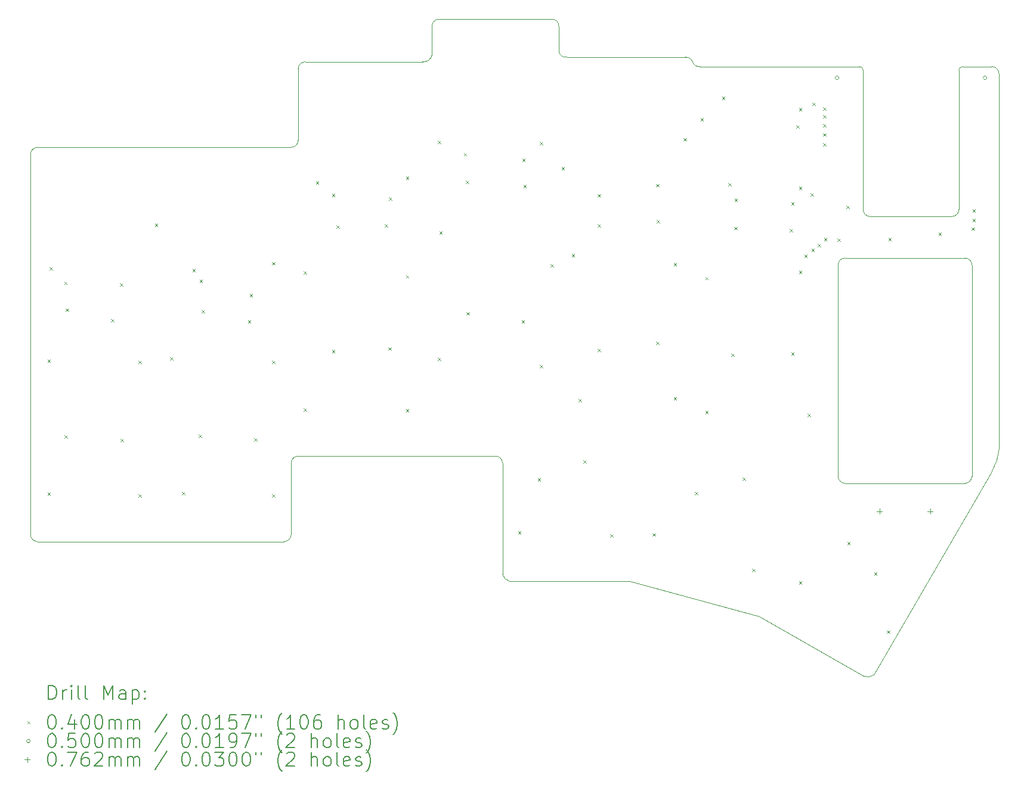
<source format=gbr>
%TF.GenerationSoftware,KiCad,Pcbnew,8.0.5*%
%TF.CreationDate,2024-10-08T17:23:49+03:00*%
%TF.ProjectId,1_3A,315f3341-2e6b-4696-9361-645f70636258,rev?*%
%TF.SameCoordinates,Original*%
%TF.FileFunction,Drillmap*%
%TF.FilePolarity,Positive*%
%FSLAX45Y45*%
G04 Gerber Fmt 4.5, Leading zero omitted, Abs format (unit mm)*
G04 Created by KiCad (PCBNEW 8.0.5) date 2024-10-08 17:23:49*
%MOMM*%
%LPD*%
G01*
G04 APERTURE LIST*
%ADD10C,0.120000*%
%ADD11C,0.200000*%
%ADD12C,0.100000*%
G04 APERTURE END LIST*
D10*
X21196300Y-5561605D02*
X20780000Y-5561605D01*
X11350000Y-5594098D02*
G75*
G02*
X11450000Y-5494100I100000J-2D01*
G01*
X21196301Y-5561598D02*
G75*
G02*
X21300004Y-5661598I-1J-103772D01*
G01*
X11250000Y-12208385D02*
G75*
G02*
X11150000Y-12308390I-100000J-5D01*
G01*
X11150000Y-12308385D02*
X7650000Y-12309098D01*
X17050805Y-5561893D02*
G75*
G02*
X16949997Y-5490001I-10505J91893D01*
G01*
X17898000Y-13370097D02*
X16060000Y-12874097D01*
X14150000Y-11094099D02*
G75*
G02*
X14250001Y-11194099I0J-100001D01*
G01*
X13250000Y-4991125D02*
G75*
G02*
X13350000Y-4887875I100190J3015D01*
G01*
X21300000Y-5661598D02*
X21300000Y-10998200D01*
X15164850Y-5425889D02*
X16850000Y-5425889D01*
X19520000Y-14201651D02*
G75*
G02*
X19379998Y-14220004I-84530J101651D01*
G01*
X14250000Y-12770000D02*
X14250000Y-11194099D01*
X19380000Y-14220000D02*
X17898000Y-13370097D01*
X16850000Y-5425889D02*
G75*
G02*
X16950002Y-5489999I3620J-104401D01*
G01*
X11450000Y-5494098D02*
X13116350Y-5494748D01*
X17050805Y-5561893D02*
X19320000Y-5561605D01*
X7550000Y-6809098D02*
G75*
G02*
X7650000Y-6709100I100000J-2D01*
G01*
X21196300Y-11315700D02*
X19520000Y-14201651D01*
X11250000Y-11194090D02*
G75*
G02*
X11350000Y-11094090I100010J-10D01*
G01*
X15164850Y-5425889D02*
G75*
G02*
X15050003Y-5351187I-20070J94779D01*
G01*
X7550000Y-12209098D02*
X7550000Y-6809098D01*
X14350000Y-12874071D02*
G75*
G02*
X14249999Y-12770000I40130J138641D01*
G01*
X13350000Y-4887879D02*
X14950000Y-4888169D01*
X11350000Y-6609095D02*
G75*
G02*
X11250000Y-6709090I-99990J-5D01*
G01*
X13250000Y-5400650D02*
X13250000Y-4991126D01*
X11250000Y-12208385D02*
X11250000Y-11194090D01*
X14950000Y-4888169D02*
G75*
G02*
X15050001Y-4988336I-80J-100081D01*
G01*
X7650000Y-12309098D02*
G75*
G02*
X7550002Y-12209098I0J99998D01*
G01*
X7650000Y-6709098D02*
X11250000Y-6709098D01*
X16060000Y-12874097D02*
X14350000Y-12874071D01*
X13250000Y-5400650D02*
G75*
G02*
X13116350Y-5494748I-121530J30650D01*
G01*
X15050000Y-4988336D02*
X15050000Y-5351188D01*
X14150000Y-11094099D02*
X11350000Y-11094099D01*
X11350000Y-6609095D02*
X11350000Y-5594098D01*
X21300000Y-10998200D02*
G75*
G02*
X21196299Y-11315699I-726000J61440D01*
G01*
X19014400Y-11380600D02*
X19014400Y-8380600D01*
X19114400Y-8280600D02*
X20814400Y-8280600D01*
X20814400Y-11480600D02*
X19114400Y-11480600D01*
X20914400Y-8380600D02*
X20914400Y-11380600D01*
X19014400Y-8380600D02*
G75*
G02*
X19114400Y-8280600I100005J-5D01*
G01*
X19114400Y-11480600D02*
G75*
G02*
X19014400Y-11380600I2J100002D01*
G01*
X20814400Y-8280600D02*
G75*
G02*
X20914400Y-8380600I0J-100000D01*
G01*
X20914400Y-11380600D02*
G75*
G02*
X20814400Y-11480600I-99995J-5D01*
G01*
X19370000Y-5611605D02*
X19370000Y-7591605D01*
X19470000Y-7691605D02*
X20630000Y-7691605D01*
X20730000Y-7591605D02*
X20730000Y-5611605D01*
X19320000Y-5561605D02*
G75*
G02*
X19370000Y-5611605I0J-50000D01*
G01*
X19470000Y-7691605D02*
G75*
G02*
X19370000Y-7591605I0J100000D01*
G01*
X20730000Y-5611605D02*
G75*
G02*
X20780000Y-5561605I50000J0D01*
G01*
X20730000Y-7591605D02*
G75*
G02*
X20630000Y-7691605I-100000J0D01*
G01*
D11*
D12*
X7790000Y-11610000D02*
X7830000Y-11650000D01*
X7830000Y-11610000D02*
X7790000Y-11650000D01*
X7790500Y-9720900D02*
X7830500Y-9760900D01*
X7830500Y-9720900D02*
X7790500Y-9760900D01*
X7820000Y-8410000D02*
X7860000Y-8450000D01*
X7860000Y-8410000D02*
X7820000Y-8450000D01*
X8027669Y-8617669D02*
X8067669Y-8657669D01*
X8067669Y-8617669D02*
X8027669Y-8657669D01*
X8031800Y-10800400D02*
X8071800Y-10840400D01*
X8071800Y-10800400D02*
X8031800Y-10840400D01*
X8050000Y-9000000D02*
X8090000Y-9040000D01*
X8090000Y-9000000D02*
X8050000Y-9040000D01*
X8692200Y-9149400D02*
X8732200Y-9189400D01*
X8732200Y-9149400D02*
X8692200Y-9189400D01*
X8819200Y-8641400D02*
X8859200Y-8681400D01*
X8859200Y-8641400D02*
X8819200Y-8681400D01*
X8830000Y-10850000D02*
X8870000Y-10890000D01*
X8870000Y-10850000D02*
X8830000Y-10890000D01*
X9080000Y-9739097D02*
X9120000Y-9779097D01*
X9120000Y-9739097D02*
X9080000Y-9779097D01*
X9080000Y-11639097D02*
X9120000Y-11679097D01*
X9120000Y-11639097D02*
X9080000Y-11679097D01*
X9314116Y-7790116D02*
X9354116Y-7830116D01*
X9354116Y-7790116D02*
X9314116Y-7830116D01*
X9530000Y-9690000D02*
X9570000Y-9730000D01*
X9570000Y-9690000D02*
X9530000Y-9730000D01*
X9700000Y-11600000D02*
X9740000Y-11640000D01*
X9740000Y-11600000D02*
X9700000Y-11640000D01*
X9847900Y-8438200D02*
X9887900Y-8478200D01*
X9887900Y-8438200D02*
X9847900Y-8478200D01*
X9936800Y-10787700D02*
X9976800Y-10827700D01*
X9976800Y-10787700D02*
X9936800Y-10827700D01*
X9950000Y-8590000D02*
X9990000Y-8630000D01*
X9990000Y-8590000D02*
X9950000Y-8630000D01*
X9980000Y-9020000D02*
X10020000Y-9060000D01*
X10020000Y-9020000D02*
X9980000Y-9060000D01*
X10635300Y-9162100D02*
X10675300Y-9202100D01*
X10675300Y-9162100D02*
X10635300Y-9202100D01*
X10660700Y-8793800D02*
X10700700Y-8833800D01*
X10700700Y-8793800D02*
X10660700Y-8833800D01*
X10724200Y-10838500D02*
X10764200Y-10878500D01*
X10764200Y-10838500D02*
X10724200Y-10878500D01*
X10980000Y-8339097D02*
X11020000Y-8379097D01*
X11020000Y-8339097D02*
X10980000Y-8379097D01*
X10980000Y-9739097D02*
X11020000Y-9779097D01*
X11020000Y-9739097D02*
X10980000Y-9779097D01*
X10980000Y-11639097D02*
X11020000Y-11679097D01*
X11020000Y-11639097D02*
X10980000Y-11679097D01*
X11430000Y-8470000D02*
X11470000Y-8510000D01*
X11470000Y-8470000D02*
X11430000Y-8510000D01*
X11430000Y-10420000D02*
X11470000Y-10460000D01*
X11470000Y-10420000D02*
X11430000Y-10460000D01*
X11600000Y-7190000D02*
X11640000Y-7230000D01*
X11640000Y-7190000D02*
X11600000Y-7230000D01*
X11830000Y-7370000D02*
X11870000Y-7410000D01*
X11870000Y-7370000D02*
X11830000Y-7410000D01*
X11830000Y-9590000D02*
X11870000Y-9630000D01*
X11870000Y-9590000D02*
X11830000Y-9630000D01*
X11892600Y-7815900D02*
X11932600Y-7855900D01*
X11932600Y-7815900D02*
X11892600Y-7855900D01*
X12580000Y-7800000D02*
X12620000Y-7840000D01*
X12620000Y-7800000D02*
X12580000Y-7840000D01*
X12630000Y-9550000D02*
X12670000Y-9590000D01*
X12670000Y-9550000D02*
X12630000Y-9590000D01*
X12640000Y-7420000D02*
X12680000Y-7460000D01*
X12680000Y-7420000D02*
X12640000Y-7460000D01*
X12880000Y-7124097D02*
X12920000Y-7164097D01*
X12920000Y-7124097D02*
X12880000Y-7164097D01*
X12880000Y-8524097D02*
X12920000Y-8564097D01*
X12920000Y-8524097D02*
X12880000Y-8564097D01*
X12880000Y-10424097D02*
X12920000Y-10464097D01*
X12920000Y-10424097D02*
X12880000Y-10464097D01*
X13330000Y-6616597D02*
X13370000Y-6656597D01*
X13370000Y-6616597D02*
X13330000Y-6656597D01*
X13330000Y-9695500D02*
X13370000Y-9735500D01*
X13370000Y-9695500D02*
X13330000Y-9735500D01*
X13353100Y-7904800D02*
X13393100Y-7944800D01*
X13393100Y-7904800D02*
X13353100Y-7944800D01*
X13700000Y-6790000D02*
X13740000Y-6830000D01*
X13740000Y-6790000D02*
X13700000Y-6830000D01*
X13730000Y-7180000D02*
X13770000Y-7220000D01*
X13770000Y-7180000D02*
X13730000Y-7220000D01*
X13740000Y-9050000D02*
X13780000Y-9090000D01*
X13780000Y-9050000D02*
X13740000Y-9090000D01*
X14470000Y-12160000D02*
X14510000Y-12200000D01*
X14510000Y-12160000D02*
X14470000Y-12200000D01*
X14521500Y-9162100D02*
X14561500Y-9202100D01*
X14561500Y-9162100D02*
X14521500Y-9202100D01*
X14530000Y-6866597D02*
X14570000Y-6906597D01*
X14570000Y-6866597D02*
X14530000Y-6906597D01*
X14546900Y-7244400D02*
X14586900Y-7284400D01*
X14586900Y-7244400D02*
X14546900Y-7284400D01*
X14750000Y-11410000D02*
X14790000Y-11450000D01*
X14790000Y-11410000D02*
X14750000Y-11450000D01*
X14780000Y-6630000D02*
X14820000Y-6670000D01*
X14820000Y-6630000D02*
X14780000Y-6670000D01*
X14780000Y-9800000D02*
X14820000Y-9840000D01*
X14820000Y-9800000D02*
X14780000Y-9840000D01*
X14930000Y-8370000D02*
X14970000Y-8410000D01*
X14970000Y-8370000D02*
X14930000Y-8410000D01*
X15090000Y-6990000D02*
X15130000Y-7030000D01*
X15130000Y-6990000D02*
X15090000Y-7030000D01*
X15232545Y-8222300D02*
X15272545Y-8262300D01*
X15272545Y-8222300D02*
X15232545Y-8262300D01*
X15330000Y-10280000D02*
X15370000Y-10320000D01*
X15370000Y-10280000D02*
X15330000Y-10320000D01*
X15397800Y-11156000D02*
X15437800Y-11196000D01*
X15437800Y-11156000D02*
X15397800Y-11196000D01*
X15600000Y-9570000D02*
X15640000Y-9610000D01*
X15640000Y-9570000D02*
X15600000Y-9610000D01*
X15601000Y-7372717D02*
X15641000Y-7412717D01*
X15641000Y-7372717D02*
X15601000Y-7412717D01*
X15601000Y-7803200D02*
X15641000Y-7843200D01*
X15641000Y-7803200D02*
X15601000Y-7843200D01*
X15780000Y-12204070D02*
X15820000Y-12244070D01*
X15820000Y-12204070D02*
X15780000Y-12244070D01*
X16380000Y-12190000D02*
X16420000Y-12230000D01*
X16420000Y-12190000D02*
X16380000Y-12230000D01*
X16430000Y-7230000D02*
X16470000Y-7270000D01*
X16470000Y-7230000D02*
X16430000Y-7270000D01*
X16430000Y-9470000D02*
X16470000Y-9510000D01*
X16470000Y-9470000D02*
X16430000Y-9510000D01*
X16440000Y-7739097D02*
X16480000Y-7779097D01*
X16480000Y-7739097D02*
X16440000Y-7779097D01*
X16680000Y-8354097D02*
X16720000Y-8394097D01*
X16720000Y-8354097D02*
X16680000Y-8394097D01*
X16680000Y-10254097D02*
X16720000Y-10294097D01*
X16720000Y-10254097D02*
X16680000Y-10294097D01*
X16820200Y-6577800D02*
X16860200Y-6617800D01*
X16860200Y-6577800D02*
X16820200Y-6617800D01*
X16980000Y-11600000D02*
X17020000Y-11640000D01*
X17020000Y-11600000D02*
X16980000Y-11640000D01*
X17061500Y-6291900D02*
X17101500Y-6331900D01*
X17101500Y-6291900D02*
X17061500Y-6331900D01*
X17130000Y-8550000D02*
X17170000Y-8590000D01*
X17170000Y-8550000D02*
X17130000Y-8590000D01*
X17130000Y-10450000D02*
X17170000Y-10490000D01*
X17170000Y-10450000D02*
X17130000Y-10490000D01*
X17366300Y-5987100D02*
X17406300Y-6027100D01*
X17406300Y-5987100D02*
X17366300Y-6027100D01*
X17455200Y-7219000D02*
X17495200Y-7259000D01*
X17495200Y-7219000D02*
X17455200Y-7259000D01*
X17500000Y-9640000D02*
X17540000Y-9680000D01*
X17540000Y-9640000D02*
X17500000Y-9680000D01*
X17540000Y-7840000D02*
X17580000Y-7880000D01*
X17580000Y-7840000D02*
X17540000Y-7880000D01*
X17544100Y-7434900D02*
X17584100Y-7474900D01*
X17584100Y-7434900D02*
X17544100Y-7474900D01*
X17660550Y-11399450D02*
X17700550Y-11439450D01*
X17700550Y-11399450D02*
X17660550Y-11439450D01*
X17797216Y-12691597D02*
X17837216Y-12731597D01*
X17837216Y-12691597D02*
X17797216Y-12731597D01*
X18329186Y-7866700D02*
X18369186Y-7906700D01*
X18369186Y-7866700D02*
X18329186Y-7906700D01*
X18350000Y-7490000D02*
X18390000Y-7530000D01*
X18390000Y-7490000D02*
X18350000Y-7530000D01*
X18350000Y-9620000D02*
X18390000Y-9660000D01*
X18390000Y-9620000D02*
X18350000Y-9660000D01*
X18420400Y-6393500D02*
X18460400Y-6433500D01*
X18460400Y-6393500D02*
X18420400Y-6433500D01*
X18458500Y-6152200D02*
X18498500Y-6192200D01*
X18498500Y-6152200D02*
X18458500Y-6192200D01*
X18458500Y-7269800D02*
X18498500Y-7309800D01*
X18498500Y-7269800D02*
X18458500Y-7309800D01*
X18458500Y-8463600D02*
X18498500Y-8503600D01*
X18498500Y-8463600D02*
X18458500Y-8503600D01*
X18460000Y-12870000D02*
X18500000Y-12910000D01*
X18500000Y-12870000D02*
X18460000Y-12910000D01*
X18534700Y-8235000D02*
X18574700Y-8275000D01*
X18574700Y-8235000D02*
X18534700Y-8275000D01*
X18580000Y-10491597D02*
X18620000Y-10531597D01*
X18620000Y-10491597D02*
X18580000Y-10531597D01*
X18623600Y-7358700D02*
X18663600Y-7398700D01*
X18663600Y-7358700D02*
X18623600Y-7398700D01*
X18636300Y-8146100D02*
X18676300Y-8186100D01*
X18676300Y-8146100D02*
X18636300Y-8186100D01*
X18649000Y-6076000D02*
X18689000Y-6116000D01*
X18689000Y-6076000D02*
X18649000Y-6116000D01*
X18725200Y-8082600D02*
X18765200Y-8122600D01*
X18765200Y-8082600D02*
X18725200Y-8122600D01*
X18801400Y-6139500D02*
X18841400Y-6179500D01*
X18841400Y-6139500D02*
X18801400Y-6179500D01*
X18801400Y-6253800D02*
X18841400Y-6293800D01*
X18841400Y-6253800D02*
X18801400Y-6293800D01*
X18801400Y-6380800D02*
X18841400Y-6420800D01*
X18841400Y-6380800D02*
X18801400Y-6420800D01*
X18801400Y-6510405D02*
X18841400Y-6550405D01*
X18841400Y-6510405D02*
X18801400Y-6550405D01*
X18801400Y-6647500D02*
X18841400Y-6687500D01*
X18841400Y-6647500D02*
X18801400Y-6687500D01*
X18814100Y-7993700D02*
X18854100Y-8033700D01*
X18854100Y-7993700D02*
X18814100Y-8033700D01*
X19004600Y-8006400D02*
X19044600Y-8046400D01*
X19044600Y-8006400D02*
X19004600Y-8046400D01*
X19131600Y-7536500D02*
X19171600Y-7576500D01*
X19171600Y-7536500D02*
X19131600Y-7576500D01*
X19144300Y-12311700D02*
X19184300Y-12351700D01*
X19184300Y-12311700D02*
X19144300Y-12351700D01*
X19525300Y-12743500D02*
X19565300Y-12783500D01*
X19565300Y-12743500D02*
X19525300Y-12783500D01*
X19710000Y-13570000D02*
X19750000Y-13610000D01*
X19750000Y-13570000D02*
X19710000Y-13610000D01*
X19728500Y-7993700D02*
X19768500Y-8033700D01*
X19768500Y-7993700D02*
X19728500Y-8033700D01*
X20439700Y-7917500D02*
X20479700Y-7957500D01*
X20479700Y-7917500D02*
X20439700Y-7957500D01*
X20909600Y-7847000D02*
X20949600Y-7887000D01*
X20949600Y-7847000D02*
X20909600Y-7887000D01*
X20922300Y-7587300D02*
X20962300Y-7627300D01*
X20962300Y-7587300D02*
X20922300Y-7627300D01*
X20922300Y-7727000D02*
X20962300Y-7767000D01*
X20962300Y-7727000D02*
X20922300Y-7767000D01*
X19025000Y-5721605D02*
G75*
G02*
X18975000Y-5721605I-25000J0D01*
G01*
X18975000Y-5721605D02*
G75*
G02*
X19025000Y-5721605I25000J0D01*
G01*
X21125000Y-5721605D02*
G75*
G02*
X21075000Y-5721605I-25000J0D01*
G01*
X21075000Y-5721605D02*
G75*
G02*
X21125000Y-5721605I25000J0D01*
G01*
X19604400Y-11842500D02*
X19604400Y-11918700D01*
X19566300Y-11880600D02*
X19642500Y-11880600D01*
X20324400Y-11842500D02*
X20324400Y-11918700D01*
X20286300Y-11880600D02*
X20362500Y-11880600D01*
D11*
X7804777Y-14549689D02*
X7804777Y-14349689D01*
X7804777Y-14349689D02*
X7852396Y-14349689D01*
X7852396Y-14349689D02*
X7880967Y-14359213D01*
X7880967Y-14359213D02*
X7900015Y-14378260D01*
X7900015Y-14378260D02*
X7909539Y-14397308D01*
X7909539Y-14397308D02*
X7919062Y-14435403D01*
X7919062Y-14435403D02*
X7919062Y-14463975D01*
X7919062Y-14463975D02*
X7909539Y-14502070D01*
X7909539Y-14502070D02*
X7900015Y-14521117D01*
X7900015Y-14521117D02*
X7880967Y-14540165D01*
X7880967Y-14540165D02*
X7852396Y-14549689D01*
X7852396Y-14549689D02*
X7804777Y-14549689D01*
X8004777Y-14549689D02*
X8004777Y-14416356D01*
X8004777Y-14454451D02*
X8014301Y-14435403D01*
X8014301Y-14435403D02*
X8023824Y-14425879D01*
X8023824Y-14425879D02*
X8042872Y-14416356D01*
X8042872Y-14416356D02*
X8061920Y-14416356D01*
X8128586Y-14549689D02*
X8128586Y-14416356D01*
X8128586Y-14349689D02*
X8119062Y-14359213D01*
X8119062Y-14359213D02*
X8128586Y-14368737D01*
X8128586Y-14368737D02*
X8138110Y-14359213D01*
X8138110Y-14359213D02*
X8128586Y-14349689D01*
X8128586Y-14349689D02*
X8128586Y-14368737D01*
X8252396Y-14549689D02*
X8233348Y-14540165D01*
X8233348Y-14540165D02*
X8223824Y-14521117D01*
X8223824Y-14521117D02*
X8223824Y-14349689D01*
X8357158Y-14549689D02*
X8338110Y-14540165D01*
X8338110Y-14540165D02*
X8328586Y-14521117D01*
X8328586Y-14521117D02*
X8328586Y-14349689D01*
X8585729Y-14549689D02*
X8585729Y-14349689D01*
X8585729Y-14349689D02*
X8652396Y-14492546D01*
X8652396Y-14492546D02*
X8719063Y-14349689D01*
X8719063Y-14349689D02*
X8719063Y-14549689D01*
X8900015Y-14549689D02*
X8900015Y-14444927D01*
X8900015Y-14444927D02*
X8890491Y-14425879D01*
X8890491Y-14425879D02*
X8871444Y-14416356D01*
X8871444Y-14416356D02*
X8833348Y-14416356D01*
X8833348Y-14416356D02*
X8814301Y-14425879D01*
X8900015Y-14540165D02*
X8880967Y-14549689D01*
X8880967Y-14549689D02*
X8833348Y-14549689D01*
X8833348Y-14549689D02*
X8814301Y-14540165D01*
X8814301Y-14540165D02*
X8804777Y-14521117D01*
X8804777Y-14521117D02*
X8804777Y-14502070D01*
X8804777Y-14502070D02*
X8814301Y-14483022D01*
X8814301Y-14483022D02*
X8833348Y-14473498D01*
X8833348Y-14473498D02*
X8880967Y-14473498D01*
X8880967Y-14473498D02*
X8900015Y-14463975D01*
X8995253Y-14416356D02*
X8995253Y-14616356D01*
X8995253Y-14425879D02*
X9014301Y-14416356D01*
X9014301Y-14416356D02*
X9052396Y-14416356D01*
X9052396Y-14416356D02*
X9071444Y-14425879D01*
X9071444Y-14425879D02*
X9080967Y-14435403D01*
X9080967Y-14435403D02*
X9090491Y-14454451D01*
X9090491Y-14454451D02*
X9090491Y-14511594D01*
X9090491Y-14511594D02*
X9080967Y-14530641D01*
X9080967Y-14530641D02*
X9071444Y-14540165D01*
X9071444Y-14540165D02*
X9052396Y-14549689D01*
X9052396Y-14549689D02*
X9014301Y-14549689D01*
X9014301Y-14549689D02*
X8995253Y-14540165D01*
X9176205Y-14530641D02*
X9185729Y-14540165D01*
X9185729Y-14540165D02*
X9176205Y-14549689D01*
X9176205Y-14549689D02*
X9166682Y-14540165D01*
X9166682Y-14540165D02*
X9176205Y-14530641D01*
X9176205Y-14530641D02*
X9176205Y-14549689D01*
X9176205Y-14425879D02*
X9185729Y-14435403D01*
X9185729Y-14435403D02*
X9176205Y-14444927D01*
X9176205Y-14444927D02*
X9166682Y-14435403D01*
X9166682Y-14435403D02*
X9176205Y-14425879D01*
X9176205Y-14425879D02*
X9176205Y-14444927D01*
D12*
X7504000Y-14858205D02*
X7544000Y-14898205D01*
X7544000Y-14858205D02*
X7504000Y-14898205D01*
D11*
X7842872Y-14769689D02*
X7861920Y-14769689D01*
X7861920Y-14769689D02*
X7880967Y-14779213D01*
X7880967Y-14779213D02*
X7890491Y-14788737D01*
X7890491Y-14788737D02*
X7900015Y-14807784D01*
X7900015Y-14807784D02*
X7909539Y-14845879D01*
X7909539Y-14845879D02*
X7909539Y-14893498D01*
X7909539Y-14893498D02*
X7900015Y-14931594D01*
X7900015Y-14931594D02*
X7890491Y-14950641D01*
X7890491Y-14950641D02*
X7880967Y-14960165D01*
X7880967Y-14960165D02*
X7861920Y-14969689D01*
X7861920Y-14969689D02*
X7842872Y-14969689D01*
X7842872Y-14969689D02*
X7823824Y-14960165D01*
X7823824Y-14960165D02*
X7814301Y-14950641D01*
X7814301Y-14950641D02*
X7804777Y-14931594D01*
X7804777Y-14931594D02*
X7795253Y-14893498D01*
X7795253Y-14893498D02*
X7795253Y-14845879D01*
X7795253Y-14845879D02*
X7804777Y-14807784D01*
X7804777Y-14807784D02*
X7814301Y-14788737D01*
X7814301Y-14788737D02*
X7823824Y-14779213D01*
X7823824Y-14779213D02*
X7842872Y-14769689D01*
X7995253Y-14950641D02*
X8004777Y-14960165D01*
X8004777Y-14960165D02*
X7995253Y-14969689D01*
X7995253Y-14969689D02*
X7985729Y-14960165D01*
X7985729Y-14960165D02*
X7995253Y-14950641D01*
X7995253Y-14950641D02*
X7995253Y-14969689D01*
X8176205Y-14836356D02*
X8176205Y-14969689D01*
X8128586Y-14760165D02*
X8080967Y-14903022D01*
X8080967Y-14903022D02*
X8204777Y-14903022D01*
X8319062Y-14769689D02*
X8338110Y-14769689D01*
X8338110Y-14769689D02*
X8357158Y-14779213D01*
X8357158Y-14779213D02*
X8366682Y-14788737D01*
X8366682Y-14788737D02*
X8376205Y-14807784D01*
X8376205Y-14807784D02*
X8385729Y-14845879D01*
X8385729Y-14845879D02*
X8385729Y-14893498D01*
X8385729Y-14893498D02*
X8376205Y-14931594D01*
X8376205Y-14931594D02*
X8366682Y-14950641D01*
X8366682Y-14950641D02*
X8357158Y-14960165D01*
X8357158Y-14960165D02*
X8338110Y-14969689D01*
X8338110Y-14969689D02*
X8319062Y-14969689D01*
X8319062Y-14969689D02*
X8300015Y-14960165D01*
X8300015Y-14960165D02*
X8290491Y-14950641D01*
X8290491Y-14950641D02*
X8280967Y-14931594D01*
X8280967Y-14931594D02*
X8271443Y-14893498D01*
X8271443Y-14893498D02*
X8271443Y-14845879D01*
X8271443Y-14845879D02*
X8280967Y-14807784D01*
X8280967Y-14807784D02*
X8290491Y-14788737D01*
X8290491Y-14788737D02*
X8300015Y-14779213D01*
X8300015Y-14779213D02*
X8319062Y-14769689D01*
X8509539Y-14769689D02*
X8528586Y-14769689D01*
X8528586Y-14769689D02*
X8547634Y-14779213D01*
X8547634Y-14779213D02*
X8557158Y-14788737D01*
X8557158Y-14788737D02*
X8566682Y-14807784D01*
X8566682Y-14807784D02*
X8576205Y-14845879D01*
X8576205Y-14845879D02*
X8576205Y-14893498D01*
X8576205Y-14893498D02*
X8566682Y-14931594D01*
X8566682Y-14931594D02*
X8557158Y-14950641D01*
X8557158Y-14950641D02*
X8547634Y-14960165D01*
X8547634Y-14960165D02*
X8528586Y-14969689D01*
X8528586Y-14969689D02*
X8509539Y-14969689D01*
X8509539Y-14969689D02*
X8490491Y-14960165D01*
X8490491Y-14960165D02*
X8480967Y-14950641D01*
X8480967Y-14950641D02*
X8471444Y-14931594D01*
X8471444Y-14931594D02*
X8461920Y-14893498D01*
X8461920Y-14893498D02*
X8461920Y-14845879D01*
X8461920Y-14845879D02*
X8471444Y-14807784D01*
X8471444Y-14807784D02*
X8480967Y-14788737D01*
X8480967Y-14788737D02*
X8490491Y-14779213D01*
X8490491Y-14779213D02*
X8509539Y-14769689D01*
X8661920Y-14969689D02*
X8661920Y-14836356D01*
X8661920Y-14855403D02*
X8671444Y-14845879D01*
X8671444Y-14845879D02*
X8690491Y-14836356D01*
X8690491Y-14836356D02*
X8719063Y-14836356D01*
X8719063Y-14836356D02*
X8738110Y-14845879D01*
X8738110Y-14845879D02*
X8747634Y-14864927D01*
X8747634Y-14864927D02*
X8747634Y-14969689D01*
X8747634Y-14864927D02*
X8757158Y-14845879D01*
X8757158Y-14845879D02*
X8776205Y-14836356D01*
X8776205Y-14836356D02*
X8804777Y-14836356D01*
X8804777Y-14836356D02*
X8823825Y-14845879D01*
X8823825Y-14845879D02*
X8833348Y-14864927D01*
X8833348Y-14864927D02*
X8833348Y-14969689D01*
X8928586Y-14969689D02*
X8928586Y-14836356D01*
X8928586Y-14855403D02*
X8938110Y-14845879D01*
X8938110Y-14845879D02*
X8957158Y-14836356D01*
X8957158Y-14836356D02*
X8985729Y-14836356D01*
X8985729Y-14836356D02*
X9004777Y-14845879D01*
X9004777Y-14845879D02*
X9014301Y-14864927D01*
X9014301Y-14864927D02*
X9014301Y-14969689D01*
X9014301Y-14864927D02*
X9023825Y-14845879D01*
X9023825Y-14845879D02*
X9042872Y-14836356D01*
X9042872Y-14836356D02*
X9071444Y-14836356D01*
X9071444Y-14836356D02*
X9090491Y-14845879D01*
X9090491Y-14845879D02*
X9100015Y-14864927D01*
X9100015Y-14864927D02*
X9100015Y-14969689D01*
X9490491Y-14760165D02*
X9319063Y-15017308D01*
X9747634Y-14769689D02*
X9766682Y-14769689D01*
X9766682Y-14769689D02*
X9785729Y-14779213D01*
X9785729Y-14779213D02*
X9795253Y-14788737D01*
X9795253Y-14788737D02*
X9804777Y-14807784D01*
X9804777Y-14807784D02*
X9814301Y-14845879D01*
X9814301Y-14845879D02*
X9814301Y-14893498D01*
X9814301Y-14893498D02*
X9804777Y-14931594D01*
X9804777Y-14931594D02*
X9795253Y-14950641D01*
X9795253Y-14950641D02*
X9785729Y-14960165D01*
X9785729Y-14960165D02*
X9766682Y-14969689D01*
X9766682Y-14969689D02*
X9747634Y-14969689D01*
X9747634Y-14969689D02*
X9728587Y-14960165D01*
X9728587Y-14960165D02*
X9719063Y-14950641D01*
X9719063Y-14950641D02*
X9709539Y-14931594D01*
X9709539Y-14931594D02*
X9700015Y-14893498D01*
X9700015Y-14893498D02*
X9700015Y-14845879D01*
X9700015Y-14845879D02*
X9709539Y-14807784D01*
X9709539Y-14807784D02*
X9719063Y-14788737D01*
X9719063Y-14788737D02*
X9728587Y-14779213D01*
X9728587Y-14779213D02*
X9747634Y-14769689D01*
X9900015Y-14950641D02*
X9909539Y-14960165D01*
X9909539Y-14960165D02*
X9900015Y-14969689D01*
X9900015Y-14969689D02*
X9890491Y-14960165D01*
X9890491Y-14960165D02*
X9900015Y-14950641D01*
X9900015Y-14950641D02*
X9900015Y-14969689D01*
X10033348Y-14769689D02*
X10052396Y-14769689D01*
X10052396Y-14769689D02*
X10071444Y-14779213D01*
X10071444Y-14779213D02*
X10080968Y-14788737D01*
X10080968Y-14788737D02*
X10090491Y-14807784D01*
X10090491Y-14807784D02*
X10100015Y-14845879D01*
X10100015Y-14845879D02*
X10100015Y-14893498D01*
X10100015Y-14893498D02*
X10090491Y-14931594D01*
X10090491Y-14931594D02*
X10080968Y-14950641D01*
X10080968Y-14950641D02*
X10071444Y-14960165D01*
X10071444Y-14960165D02*
X10052396Y-14969689D01*
X10052396Y-14969689D02*
X10033348Y-14969689D01*
X10033348Y-14969689D02*
X10014301Y-14960165D01*
X10014301Y-14960165D02*
X10004777Y-14950641D01*
X10004777Y-14950641D02*
X9995253Y-14931594D01*
X9995253Y-14931594D02*
X9985729Y-14893498D01*
X9985729Y-14893498D02*
X9985729Y-14845879D01*
X9985729Y-14845879D02*
X9995253Y-14807784D01*
X9995253Y-14807784D02*
X10004777Y-14788737D01*
X10004777Y-14788737D02*
X10014301Y-14779213D01*
X10014301Y-14779213D02*
X10033348Y-14769689D01*
X10290491Y-14969689D02*
X10176206Y-14969689D01*
X10233348Y-14969689D02*
X10233348Y-14769689D01*
X10233348Y-14769689D02*
X10214301Y-14798260D01*
X10214301Y-14798260D02*
X10195253Y-14817308D01*
X10195253Y-14817308D02*
X10176206Y-14826832D01*
X10471444Y-14769689D02*
X10376206Y-14769689D01*
X10376206Y-14769689D02*
X10366682Y-14864927D01*
X10366682Y-14864927D02*
X10376206Y-14855403D01*
X10376206Y-14855403D02*
X10395253Y-14845879D01*
X10395253Y-14845879D02*
X10442872Y-14845879D01*
X10442872Y-14845879D02*
X10461920Y-14855403D01*
X10461920Y-14855403D02*
X10471444Y-14864927D01*
X10471444Y-14864927D02*
X10480968Y-14883975D01*
X10480968Y-14883975D02*
X10480968Y-14931594D01*
X10480968Y-14931594D02*
X10471444Y-14950641D01*
X10471444Y-14950641D02*
X10461920Y-14960165D01*
X10461920Y-14960165D02*
X10442872Y-14969689D01*
X10442872Y-14969689D02*
X10395253Y-14969689D01*
X10395253Y-14969689D02*
X10376206Y-14960165D01*
X10376206Y-14960165D02*
X10366682Y-14950641D01*
X10547634Y-14769689D02*
X10680968Y-14769689D01*
X10680968Y-14769689D02*
X10595253Y-14969689D01*
X10747634Y-14769689D02*
X10747634Y-14807784D01*
X10823825Y-14769689D02*
X10823825Y-14807784D01*
X11119063Y-15045879D02*
X11109539Y-15036356D01*
X11109539Y-15036356D02*
X11090491Y-15007784D01*
X11090491Y-15007784D02*
X11080968Y-14988737D01*
X11080968Y-14988737D02*
X11071444Y-14960165D01*
X11071444Y-14960165D02*
X11061920Y-14912546D01*
X11061920Y-14912546D02*
X11061920Y-14874451D01*
X11061920Y-14874451D02*
X11071444Y-14826832D01*
X11071444Y-14826832D02*
X11080968Y-14798260D01*
X11080968Y-14798260D02*
X11090491Y-14779213D01*
X11090491Y-14779213D02*
X11109539Y-14750641D01*
X11109539Y-14750641D02*
X11119063Y-14741117D01*
X11300015Y-14969689D02*
X11185729Y-14969689D01*
X11242872Y-14969689D02*
X11242872Y-14769689D01*
X11242872Y-14769689D02*
X11223825Y-14798260D01*
X11223825Y-14798260D02*
X11204777Y-14817308D01*
X11204777Y-14817308D02*
X11185729Y-14826832D01*
X11423825Y-14769689D02*
X11442872Y-14769689D01*
X11442872Y-14769689D02*
X11461920Y-14779213D01*
X11461920Y-14779213D02*
X11471444Y-14788737D01*
X11471444Y-14788737D02*
X11480968Y-14807784D01*
X11480968Y-14807784D02*
X11490491Y-14845879D01*
X11490491Y-14845879D02*
X11490491Y-14893498D01*
X11490491Y-14893498D02*
X11480968Y-14931594D01*
X11480968Y-14931594D02*
X11471444Y-14950641D01*
X11471444Y-14950641D02*
X11461920Y-14960165D01*
X11461920Y-14960165D02*
X11442872Y-14969689D01*
X11442872Y-14969689D02*
X11423825Y-14969689D01*
X11423825Y-14969689D02*
X11404777Y-14960165D01*
X11404777Y-14960165D02*
X11395253Y-14950641D01*
X11395253Y-14950641D02*
X11385729Y-14931594D01*
X11385729Y-14931594D02*
X11376206Y-14893498D01*
X11376206Y-14893498D02*
X11376206Y-14845879D01*
X11376206Y-14845879D02*
X11385729Y-14807784D01*
X11385729Y-14807784D02*
X11395253Y-14788737D01*
X11395253Y-14788737D02*
X11404777Y-14779213D01*
X11404777Y-14779213D02*
X11423825Y-14769689D01*
X11661920Y-14769689D02*
X11623825Y-14769689D01*
X11623825Y-14769689D02*
X11604777Y-14779213D01*
X11604777Y-14779213D02*
X11595253Y-14788737D01*
X11595253Y-14788737D02*
X11576206Y-14817308D01*
X11576206Y-14817308D02*
X11566682Y-14855403D01*
X11566682Y-14855403D02*
X11566682Y-14931594D01*
X11566682Y-14931594D02*
X11576206Y-14950641D01*
X11576206Y-14950641D02*
X11585729Y-14960165D01*
X11585729Y-14960165D02*
X11604777Y-14969689D01*
X11604777Y-14969689D02*
X11642872Y-14969689D01*
X11642872Y-14969689D02*
X11661920Y-14960165D01*
X11661920Y-14960165D02*
X11671444Y-14950641D01*
X11671444Y-14950641D02*
X11680968Y-14931594D01*
X11680968Y-14931594D02*
X11680968Y-14883975D01*
X11680968Y-14883975D02*
X11671444Y-14864927D01*
X11671444Y-14864927D02*
X11661920Y-14855403D01*
X11661920Y-14855403D02*
X11642872Y-14845879D01*
X11642872Y-14845879D02*
X11604777Y-14845879D01*
X11604777Y-14845879D02*
X11585729Y-14855403D01*
X11585729Y-14855403D02*
X11576206Y-14864927D01*
X11576206Y-14864927D02*
X11566682Y-14883975D01*
X11919063Y-14969689D02*
X11919063Y-14769689D01*
X12004777Y-14969689D02*
X12004777Y-14864927D01*
X12004777Y-14864927D02*
X11995253Y-14845879D01*
X11995253Y-14845879D02*
X11976206Y-14836356D01*
X11976206Y-14836356D02*
X11947634Y-14836356D01*
X11947634Y-14836356D02*
X11928587Y-14845879D01*
X11928587Y-14845879D02*
X11919063Y-14855403D01*
X12128587Y-14969689D02*
X12109539Y-14960165D01*
X12109539Y-14960165D02*
X12100015Y-14950641D01*
X12100015Y-14950641D02*
X12090491Y-14931594D01*
X12090491Y-14931594D02*
X12090491Y-14874451D01*
X12090491Y-14874451D02*
X12100015Y-14855403D01*
X12100015Y-14855403D02*
X12109539Y-14845879D01*
X12109539Y-14845879D02*
X12128587Y-14836356D01*
X12128587Y-14836356D02*
X12157158Y-14836356D01*
X12157158Y-14836356D02*
X12176206Y-14845879D01*
X12176206Y-14845879D02*
X12185730Y-14855403D01*
X12185730Y-14855403D02*
X12195253Y-14874451D01*
X12195253Y-14874451D02*
X12195253Y-14931594D01*
X12195253Y-14931594D02*
X12185730Y-14950641D01*
X12185730Y-14950641D02*
X12176206Y-14960165D01*
X12176206Y-14960165D02*
X12157158Y-14969689D01*
X12157158Y-14969689D02*
X12128587Y-14969689D01*
X12309539Y-14969689D02*
X12290491Y-14960165D01*
X12290491Y-14960165D02*
X12280968Y-14941117D01*
X12280968Y-14941117D02*
X12280968Y-14769689D01*
X12461920Y-14960165D02*
X12442872Y-14969689D01*
X12442872Y-14969689D02*
X12404777Y-14969689D01*
X12404777Y-14969689D02*
X12385730Y-14960165D01*
X12385730Y-14960165D02*
X12376206Y-14941117D01*
X12376206Y-14941117D02*
X12376206Y-14864927D01*
X12376206Y-14864927D02*
X12385730Y-14845879D01*
X12385730Y-14845879D02*
X12404777Y-14836356D01*
X12404777Y-14836356D02*
X12442872Y-14836356D01*
X12442872Y-14836356D02*
X12461920Y-14845879D01*
X12461920Y-14845879D02*
X12471444Y-14864927D01*
X12471444Y-14864927D02*
X12471444Y-14883975D01*
X12471444Y-14883975D02*
X12376206Y-14903022D01*
X12547634Y-14960165D02*
X12566682Y-14969689D01*
X12566682Y-14969689D02*
X12604777Y-14969689D01*
X12604777Y-14969689D02*
X12623825Y-14960165D01*
X12623825Y-14960165D02*
X12633349Y-14941117D01*
X12633349Y-14941117D02*
X12633349Y-14931594D01*
X12633349Y-14931594D02*
X12623825Y-14912546D01*
X12623825Y-14912546D02*
X12604777Y-14903022D01*
X12604777Y-14903022D02*
X12576206Y-14903022D01*
X12576206Y-14903022D02*
X12557158Y-14893498D01*
X12557158Y-14893498D02*
X12547634Y-14874451D01*
X12547634Y-14874451D02*
X12547634Y-14864927D01*
X12547634Y-14864927D02*
X12557158Y-14845879D01*
X12557158Y-14845879D02*
X12576206Y-14836356D01*
X12576206Y-14836356D02*
X12604777Y-14836356D01*
X12604777Y-14836356D02*
X12623825Y-14845879D01*
X12700015Y-15045879D02*
X12709539Y-15036356D01*
X12709539Y-15036356D02*
X12728587Y-15007784D01*
X12728587Y-15007784D02*
X12738111Y-14988737D01*
X12738111Y-14988737D02*
X12747634Y-14960165D01*
X12747634Y-14960165D02*
X12757158Y-14912546D01*
X12757158Y-14912546D02*
X12757158Y-14874451D01*
X12757158Y-14874451D02*
X12747634Y-14826832D01*
X12747634Y-14826832D02*
X12738111Y-14798260D01*
X12738111Y-14798260D02*
X12728587Y-14779213D01*
X12728587Y-14779213D02*
X12709539Y-14750641D01*
X12709539Y-14750641D02*
X12700015Y-14741117D01*
D12*
X7544000Y-15142205D02*
G75*
G02*
X7494000Y-15142205I-25000J0D01*
G01*
X7494000Y-15142205D02*
G75*
G02*
X7544000Y-15142205I25000J0D01*
G01*
D11*
X7842872Y-15033689D02*
X7861920Y-15033689D01*
X7861920Y-15033689D02*
X7880967Y-15043213D01*
X7880967Y-15043213D02*
X7890491Y-15052737D01*
X7890491Y-15052737D02*
X7900015Y-15071784D01*
X7900015Y-15071784D02*
X7909539Y-15109879D01*
X7909539Y-15109879D02*
X7909539Y-15157498D01*
X7909539Y-15157498D02*
X7900015Y-15195594D01*
X7900015Y-15195594D02*
X7890491Y-15214641D01*
X7890491Y-15214641D02*
X7880967Y-15224165D01*
X7880967Y-15224165D02*
X7861920Y-15233689D01*
X7861920Y-15233689D02*
X7842872Y-15233689D01*
X7842872Y-15233689D02*
X7823824Y-15224165D01*
X7823824Y-15224165D02*
X7814301Y-15214641D01*
X7814301Y-15214641D02*
X7804777Y-15195594D01*
X7804777Y-15195594D02*
X7795253Y-15157498D01*
X7795253Y-15157498D02*
X7795253Y-15109879D01*
X7795253Y-15109879D02*
X7804777Y-15071784D01*
X7804777Y-15071784D02*
X7814301Y-15052737D01*
X7814301Y-15052737D02*
X7823824Y-15043213D01*
X7823824Y-15043213D02*
X7842872Y-15033689D01*
X7995253Y-15214641D02*
X8004777Y-15224165D01*
X8004777Y-15224165D02*
X7995253Y-15233689D01*
X7995253Y-15233689D02*
X7985729Y-15224165D01*
X7985729Y-15224165D02*
X7995253Y-15214641D01*
X7995253Y-15214641D02*
X7995253Y-15233689D01*
X8185729Y-15033689D02*
X8090491Y-15033689D01*
X8090491Y-15033689D02*
X8080967Y-15128927D01*
X8080967Y-15128927D02*
X8090491Y-15119403D01*
X8090491Y-15119403D02*
X8109539Y-15109879D01*
X8109539Y-15109879D02*
X8157158Y-15109879D01*
X8157158Y-15109879D02*
X8176205Y-15119403D01*
X8176205Y-15119403D02*
X8185729Y-15128927D01*
X8185729Y-15128927D02*
X8195253Y-15147975D01*
X8195253Y-15147975D02*
X8195253Y-15195594D01*
X8195253Y-15195594D02*
X8185729Y-15214641D01*
X8185729Y-15214641D02*
X8176205Y-15224165D01*
X8176205Y-15224165D02*
X8157158Y-15233689D01*
X8157158Y-15233689D02*
X8109539Y-15233689D01*
X8109539Y-15233689D02*
X8090491Y-15224165D01*
X8090491Y-15224165D02*
X8080967Y-15214641D01*
X8319062Y-15033689D02*
X8338110Y-15033689D01*
X8338110Y-15033689D02*
X8357158Y-15043213D01*
X8357158Y-15043213D02*
X8366682Y-15052737D01*
X8366682Y-15052737D02*
X8376205Y-15071784D01*
X8376205Y-15071784D02*
X8385729Y-15109879D01*
X8385729Y-15109879D02*
X8385729Y-15157498D01*
X8385729Y-15157498D02*
X8376205Y-15195594D01*
X8376205Y-15195594D02*
X8366682Y-15214641D01*
X8366682Y-15214641D02*
X8357158Y-15224165D01*
X8357158Y-15224165D02*
X8338110Y-15233689D01*
X8338110Y-15233689D02*
X8319062Y-15233689D01*
X8319062Y-15233689D02*
X8300015Y-15224165D01*
X8300015Y-15224165D02*
X8290491Y-15214641D01*
X8290491Y-15214641D02*
X8280967Y-15195594D01*
X8280967Y-15195594D02*
X8271443Y-15157498D01*
X8271443Y-15157498D02*
X8271443Y-15109879D01*
X8271443Y-15109879D02*
X8280967Y-15071784D01*
X8280967Y-15071784D02*
X8290491Y-15052737D01*
X8290491Y-15052737D02*
X8300015Y-15043213D01*
X8300015Y-15043213D02*
X8319062Y-15033689D01*
X8509539Y-15033689D02*
X8528586Y-15033689D01*
X8528586Y-15033689D02*
X8547634Y-15043213D01*
X8547634Y-15043213D02*
X8557158Y-15052737D01*
X8557158Y-15052737D02*
X8566682Y-15071784D01*
X8566682Y-15071784D02*
X8576205Y-15109879D01*
X8576205Y-15109879D02*
X8576205Y-15157498D01*
X8576205Y-15157498D02*
X8566682Y-15195594D01*
X8566682Y-15195594D02*
X8557158Y-15214641D01*
X8557158Y-15214641D02*
X8547634Y-15224165D01*
X8547634Y-15224165D02*
X8528586Y-15233689D01*
X8528586Y-15233689D02*
X8509539Y-15233689D01*
X8509539Y-15233689D02*
X8490491Y-15224165D01*
X8490491Y-15224165D02*
X8480967Y-15214641D01*
X8480967Y-15214641D02*
X8471444Y-15195594D01*
X8471444Y-15195594D02*
X8461920Y-15157498D01*
X8461920Y-15157498D02*
X8461920Y-15109879D01*
X8461920Y-15109879D02*
X8471444Y-15071784D01*
X8471444Y-15071784D02*
X8480967Y-15052737D01*
X8480967Y-15052737D02*
X8490491Y-15043213D01*
X8490491Y-15043213D02*
X8509539Y-15033689D01*
X8661920Y-15233689D02*
X8661920Y-15100356D01*
X8661920Y-15119403D02*
X8671444Y-15109879D01*
X8671444Y-15109879D02*
X8690491Y-15100356D01*
X8690491Y-15100356D02*
X8719063Y-15100356D01*
X8719063Y-15100356D02*
X8738110Y-15109879D01*
X8738110Y-15109879D02*
X8747634Y-15128927D01*
X8747634Y-15128927D02*
X8747634Y-15233689D01*
X8747634Y-15128927D02*
X8757158Y-15109879D01*
X8757158Y-15109879D02*
X8776205Y-15100356D01*
X8776205Y-15100356D02*
X8804777Y-15100356D01*
X8804777Y-15100356D02*
X8823825Y-15109879D01*
X8823825Y-15109879D02*
X8833348Y-15128927D01*
X8833348Y-15128927D02*
X8833348Y-15233689D01*
X8928586Y-15233689D02*
X8928586Y-15100356D01*
X8928586Y-15119403D02*
X8938110Y-15109879D01*
X8938110Y-15109879D02*
X8957158Y-15100356D01*
X8957158Y-15100356D02*
X8985729Y-15100356D01*
X8985729Y-15100356D02*
X9004777Y-15109879D01*
X9004777Y-15109879D02*
X9014301Y-15128927D01*
X9014301Y-15128927D02*
X9014301Y-15233689D01*
X9014301Y-15128927D02*
X9023825Y-15109879D01*
X9023825Y-15109879D02*
X9042872Y-15100356D01*
X9042872Y-15100356D02*
X9071444Y-15100356D01*
X9071444Y-15100356D02*
X9090491Y-15109879D01*
X9090491Y-15109879D02*
X9100015Y-15128927D01*
X9100015Y-15128927D02*
X9100015Y-15233689D01*
X9490491Y-15024165D02*
X9319063Y-15281308D01*
X9747634Y-15033689D02*
X9766682Y-15033689D01*
X9766682Y-15033689D02*
X9785729Y-15043213D01*
X9785729Y-15043213D02*
X9795253Y-15052737D01*
X9795253Y-15052737D02*
X9804777Y-15071784D01*
X9804777Y-15071784D02*
X9814301Y-15109879D01*
X9814301Y-15109879D02*
X9814301Y-15157498D01*
X9814301Y-15157498D02*
X9804777Y-15195594D01*
X9804777Y-15195594D02*
X9795253Y-15214641D01*
X9795253Y-15214641D02*
X9785729Y-15224165D01*
X9785729Y-15224165D02*
X9766682Y-15233689D01*
X9766682Y-15233689D02*
X9747634Y-15233689D01*
X9747634Y-15233689D02*
X9728587Y-15224165D01*
X9728587Y-15224165D02*
X9719063Y-15214641D01*
X9719063Y-15214641D02*
X9709539Y-15195594D01*
X9709539Y-15195594D02*
X9700015Y-15157498D01*
X9700015Y-15157498D02*
X9700015Y-15109879D01*
X9700015Y-15109879D02*
X9709539Y-15071784D01*
X9709539Y-15071784D02*
X9719063Y-15052737D01*
X9719063Y-15052737D02*
X9728587Y-15043213D01*
X9728587Y-15043213D02*
X9747634Y-15033689D01*
X9900015Y-15214641D02*
X9909539Y-15224165D01*
X9909539Y-15224165D02*
X9900015Y-15233689D01*
X9900015Y-15233689D02*
X9890491Y-15224165D01*
X9890491Y-15224165D02*
X9900015Y-15214641D01*
X9900015Y-15214641D02*
X9900015Y-15233689D01*
X10033348Y-15033689D02*
X10052396Y-15033689D01*
X10052396Y-15033689D02*
X10071444Y-15043213D01*
X10071444Y-15043213D02*
X10080968Y-15052737D01*
X10080968Y-15052737D02*
X10090491Y-15071784D01*
X10090491Y-15071784D02*
X10100015Y-15109879D01*
X10100015Y-15109879D02*
X10100015Y-15157498D01*
X10100015Y-15157498D02*
X10090491Y-15195594D01*
X10090491Y-15195594D02*
X10080968Y-15214641D01*
X10080968Y-15214641D02*
X10071444Y-15224165D01*
X10071444Y-15224165D02*
X10052396Y-15233689D01*
X10052396Y-15233689D02*
X10033348Y-15233689D01*
X10033348Y-15233689D02*
X10014301Y-15224165D01*
X10014301Y-15224165D02*
X10004777Y-15214641D01*
X10004777Y-15214641D02*
X9995253Y-15195594D01*
X9995253Y-15195594D02*
X9985729Y-15157498D01*
X9985729Y-15157498D02*
X9985729Y-15109879D01*
X9985729Y-15109879D02*
X9995253Y-15071784D01*
X9995253Y-15071784D02*
X10004777Y-15052737D01*
X10004777Y-15052737D02*
X10014301Y-15043213D01*
X10014301Y-15043213D02*
X10033348Y-15033689D01*
X10290491Y-15233689D02*
X10176206Y-15233689D01*
X10233348Y-15233689D02*
X10233348Y-15033689D01*
X10233348Y-15033689D02*
X10214301Y-15062260D01*
X10214301Y-15062260D02*
X10195253Y-15081308D01*
X10195253Y-15081308D02*
X10176206Y-15090832D01*
X10385729Y-15233689D02*
X10423825Y-15233689D01*
X10423825Y-15233689D02*
X10442872Y-15224165D01*
X10442872Y-15224165D02*
X10452396Y-15214641D01*
X10452396Y-15214641D02*
X10471444Y-15186070D01*
X10471444Y-15186070D02*
X10480968Y-15147975D01*
X10480968Y-15147975D02*
X10480968Y-15071784D01*
X10480968Y-15071784D02*
X10471444Y-15052737D01*
X10471444Y-15052737D02*
X10461920Y-15043213D01*
X10461920Y-15043213D02*
X10442872Y-15033689D01*
X10442872Y-15033689D02*
X10404777Y-15033689D01*
X10404777Y-15033689D02*
X10385729Y-15043213D01*
X10385729Y-15043213D02*
X10376206Y-15052737D01*
X10376206Y-15052737D02*
X10366682Y-15071784D01*
X10366682Y-15071784D02*
X10366682Y-15119403D01*
X10366682Y-15119403D02*
X10376206Y-15138451D01*
X10376206Y-15138451D02*
X10385729Y-15147975D01*
X10385729Y-15147975D02*
X10404777Y-15157498D01*
X10404777Y-15157498D02*
X10442872Y-15157498D01*
X10442872Y-15157498D02*
X10461920Y-15147975D01*
X10461920Y-15147975D02*
X10471444Y-15138451D01*
X10471444Y-15138451D02*
X10480968Y-15119403D01*
X10547634Y-15033689D02*
X10680968Y-15033689D01*
X10680968Y-15033689D02*
X10595253Y-15233689D01*
X10747634Y-15033689D02*
X10747634Y-15071784D01*
X10823825Y-15033689D02*
X10823825Y-15071784D01*
X11119063Y-15309879D02*
X11109539Y-15300356D01*
X11109539Y-15300356D02*
X11090491Y-15271784D01*
X11090491Y-15271784D02*
X11080968Y-15252737D01*
X11080968Y-15252737D02*
X11071444Y-15224165D01*
X11071444Y-15224165D02*
X11061920Y-15176546D01*
X11061920Y-15176546D02*
X11061920Y-15138451D01*
X11061920Y-15138451D02*
X11071444Y-15090832D01*
X11071444Y-15090832D02*
X11080968Y-15062260D01*
X11080968Y-15062260D02*
X11090491Y-15043213D01*
X11090491Y-15043213D02*
X11109539Y-15014641D01*
X11109539Y-15014641D02*
X11119063Y-15005117D01*
X11185729Y-15052737D02*
X11195253Y-15043213D01*
X11195253Y-15043213D02*
X11214301Y-15033689D01*
X11214301Y-15033689D02*
X11261920Y-15033689D01*
X11261920Y-15033689D02*
X11280968Y-15043213D01*
X11280968Y-15043213D02*
X11290491Y-15052737D01*
X11290491Y-15052737D02*
X11300015Y-15071784D01*
X11300015Y-15071784D02*
X11300015Y-15090832D01*
X11300015Y-15090832D02*
X11290491Y-15119403D01*
X11290491Y-15119403D02*
X11176206Y-15233689D01*
X11176206Y-15233689D02*
X11300015Y-15233689D01*
X11538110Y-15233689D02*
X11538110Y-15033689D01*
X11623825Y-15233689D02*
X11623825Y-15128927D01*
X11623825Y-15128927D02*
X11614301Y-15109879D01*
X11614301Y-15109879D02*
X11595253Y-15100356D01*
X11595253Y-15100356D02*
X11566682Y-15100356D01*
X11566682Y-15100356D02*
X11547634Y-15109879D01*
X11547634Y-15109879D02*
X11538110Y-15119403D01*
X11747634Y-15233689D02*
X11728587Y-15224165D01*
X11728587Y-15224165D02*
X11719063Y-15214641D01*
X11719063Y-15214641D02*
X11709539Y-15195594D01*
X11709539Y-15195594D02*
X11709539Y-15138451D01*
X11709539Y-15138451D02*
X11719063Y-15119403D01*
X11719063Y-15119403D02*
X11728587Y-15109879D01*
X11728587Y-15109879D02*
X11747634Y-15100356D01*
X11747634Y-15100356D02*
X11776206Y-15100356D01*
X11776206Y-15100356D02*
X11795253Y-15109879D01*
X11795253Y-15109879D02*
X11804777Y-15119403D01*
X11804777Y-15119403D02*
X11814301Y-15138451D01*
X11814301Y-15138451D02*
X11814301Y-15195594D01*
X11814301Y-15195594D02*
X11804777Y-15214641D01*
X11804777Y-15214641D02*
X11795253Y-15224165D01*
X11795253Y-15224165D02*
X11776206Y-15233689D01*
X11776206Y-15233689D02*
X11747634Y-15233689D01*
X11928587Y-15233689D02*
X11909539Y-15224165D01*
X11909539Y-15224165D02*
X11900015Y-15205117D01*
X11900015Y-15205117D02*
X11900015Y-15033689D01*
X12080968Y-15224165D02*
X12061920Y-15233689D01*
X12061920Y-15233689D02*
X12023825Y-15233689D01*
X12023825Y-15233689D02*
X12004777Y-15224165D01*
X12004777Y-15224165D02*
X11995253Y-15205117D01*
X11995253Y-15205117D02*
X11995253Y-15128927D01*
X11995253Y-15128927D02*
X12004777Y-15109879D01*
X12004777Y-15109879D02*
X12023825Y-15100356D01*
X12023825Y-15100356D02*
X12061920Y-15100356D01*
X12061920Y-15100356D02*
X12080968Y-15109879D01*
X12080968Y-15109879D02*
X12090491Y-15128927D01*
X12090491Y-15128927D02*
X12090491Y-15147975D01*
X12090491Y-15147975D02*
X11995253Y-15167022D01*
X12166682Y-15224165D02*
X12185730Y-15233689D01*
X12185730Y-15233689D02*
X12223825Y-15233689D01*
X12223825Y-15233689D02*
X12242872Y-15224165D01*
X12242872Y-15224165D02*
X12252396Y-15205117D01*
X12252396Y-15205117D02*
X12252396Y-15195594D01*
X12252396Y-15195594D02*
X12242872Y-15176546D01*
X12242872Y-15176546D02*
X12223825Y-15167022D01*
X12223825Y-15167022D02*
X12195253Y-15167022D01*
X12195253Y-15167022D02*
X12176206Y-15157498D01*
X12176206Y-15157498D02*
X12166682Y-15138451D01*
X12166682Y-15138451D02*
X12166682Y-15128927D01*
X12166682Y-15128927D02*
X12176206Y-15109879D01*
X12176206Y-15109879D02*
X12195253Y-15100356D01*
X12195253Y-15100356D02*
X12223825Y-15100356D01*
X12223825Y-15100356D02*
X12242872Y-15109879D01*
X12319063Y-15309879D02*
X12328587Y-15300356D01*
X12328587Y-15300356D02*
X12347634Y-15271784D01*
X12347634Y-15271784D02*
X12357158Y-15252737D01*
X12357158Y-15252737D02*
X12366682Y-15224165D01*
X12366682Y-15224165D02*
X12376206Y-15176546D01*
X12376206Y-15176546D02*
X12376206Y-15138451D01*
X12376206Y-15138451D02*
X12366682Y-15090832D01*
X12366682Y-15090832D02*
X12357158Y-15062260D01*
X12357158Y-15062260D02*
X12347634Y-15043213D01*
X12347634Y-15043213D02*
X12328587Y-15014641D01*
X12328587Y-15014641D02*
X12319063Y-15005117D01*
D12*
X7505900Y-15368105D02*
X7505900Y-15444305D01*
X7467800Y-15406205D02*
X7544000Y-15406205D01*
D11*
X7842872Y-15297689D02*
X7861920Y-15297689D01*
X7861920Y-15297689D02*
X7880967Y-15307213D01*
X7880967Y-15307213D02*
X7890491Y-15316737D01*
X7890491Y-15316737D02*
X7900015Y-15335784D01*
X7900015Y-15335784D02*
X7909539Y-15373879D01*
X7909539Y-15373879D02*
X7909539Y-15421498D01*
X7909539Y-15421498D02*
X7900015Y-15459594D01*
X7900015Y-15459594D02*
X7890491Y-15478641D01*
X7890491Y-15478641D02*
X7880967Y-15488165D01*
X7880967Y-15488165D02*
X7861920Y-15497689D01*
X7861920Y-15497689D02*
X7842872Y-15497689D01*
X7842872Y-15497689D02*
X7823824Y-15488165D01*
X7823824Y-15488165D02*
X7814301Y-15478641D01*
X7814301Y-15478641D02*
X7804777Y-15459594D01*
X7804777Y-15459594D02*
X7795253Y-15421498D01*
X7795253Y-15421498D02*
X7795253Y-15373879D01*
X7795253Y-15373879D02*
X7804777Y-15335784D01*
X7804777Y-15335784D02*
X7814301Y-15316737D01*
X7814301Y-15316737D02*
X7823824Y-15307213D01*
X7823824Y-15307213D02*
X7842872Y-15297689D01*
X7995253Y-15478641D02*
X8004777Y-15488165D01*
X8004777Y-15488165D02*
X7995253Y-15497689D01*
X7995253Y-15497689D02*
X7985729Y-15488165D01*
X7985729Y-15488165D02*
X7995253Y-15478641D01*
X7995253Y-15478641D02*
X7995253Y-15497689D01*
X8071443Y-15297689D02*
X8204777Y-15297689D01*
X8204777Y-15297689D02*
X8119062Y-15497689D01*
X8366682Y-15297689D02*
X8328586Y-15297689D01*
X8328586Y-15297689D02*
X8309539Y-15307213D01*
X8309539Y-15307213D02*
X8300015Y-15316737D01*
X8300015Y-15316737D02*
X8280967Y-15345308D01*
X8280967Y-15345308D02*
X8271443Y-15383403D01*
X8271443Y-15383403D02*
X8271443Y-15459594D01*
X8271443Y-15459594D02*
X8280967Y-15478641D01*
X8280967Y-15478641D02*
X8290491Y-15488165D01*
X8290491Y-15488165D02*
X8309539Y-15497689D01*
X8309539Y-15497689D02*
X8347634Y-15497689D01*
X8347634Y-15497689D02*
X8366682Y-15488165D01*
X8366682Y-15488165D02*
X8376205Y-15478641D01*
X8376205Y-15478641D02*
X8385729Y-15459594D01*
X8385729Y-15459594D02*
X8385729Y-15411975D01*
X8385729Y-15411975D02*
X8376205Y-15392927D01*
X8376205Y-15392927D02*
X8366682Y-15383403D01*
X8366682Y-15383403D02*
X8347634Y-15373879D01*
X8347634Y-15373879D02*
X8309539Y-15373879D01*
X8309539Y-15373879D02*
X8290491Y-15383403D01*
X8290491Y-15383403D02*
X8280967Y-15392927D01*
X8280967Y-15392927D02*
X8271443Y-15411975D01*
X8461920Y-15316737D02*
X8471444Y-15307213D01*
X8471444Y-15307213D02*
X8490491Y-15297689D01*
X8490491Y-15297689D02*
X8538110Y-15297689D01*
X8538110Y-15297689D02*
X8557158Y-15307213D01*
X8557158Y-15307213D02*
X8566682Y-15316737D01*
X8566682Y-15316737D02*
X8576205Y-15335784D01*
X8576205Y-15335784D02*
X8576205Y-15354832D01*
X8576205Y-15354832D02*
X8566682Y-15383403D01*
X8566682Y-15383403D02*
X8452396Y-15497689D01*
X8452396Y-15497689D02*
X8576205Y-15497689D01*
X8661920Y-15497689D02*
X8661920Y-15364356D01*
X8661920Y-15383403D02*
X8671444Y-15373879D01*
X8671444Y-15373879D02*
X8690491Y-15364356D01*
X8690491Y-15364356D02*
X8719063Y-15364356D01*
X8719063Y-15364356D02*
X8738110Y-15373879D01*
X8738110Y-15373879D02*
X8747634Y-15392927D01*
X8747634Y-15392927D02*
X8747634Y-15497689D01*
X8747634Y-15392927D02*
X8757158Y-15373879D01*
X8757158Y-15373879D02*
X8776205Y-15364356D01*
X8776205Y-15364356D02*
X8804777Y-15364356D01*
X8804777Y-15364356D02*
X8823825Y-15373879D01*
X8823825Y-15373879D02*
X8833348Y-15392927D01*
X8833348Y-15392927D02*
X8833348Y-15497689D01*
X8928586Y-15497689D02*
X8928586Y-15364356D01*
X8928586Y-15383403D02*
X8938110Y-15373879D01*
X8938110Y-15373879D02*
X8957158Y-15364356D01*
X8957158Y-15364356D02*
X8985729Y-15364356D01*
X8985729Y-15364356D02*
X9004777Y-15373879D01*
X9004777Y-15373879D02*
X9014301Y-15392927D01*
X9014301Y-15392927D02*
X9014301Y-15497689D01*
X9014301Y-15392927D02*
X9023825Y-15373879D01*
X9023825Y-15373879D02*
X9042872Y-15364356D01*
X9042872Y-15364356D02*
X9071444Y-15364356D01*
X9071444Y-15364356D02*
X9090491Y-15373879D01*
X9090491Y-15373879D02*
X9100015Y-15392927D01*
X9100015Y-15392927D02*
X9100015Y-15497689D01*
X9490491Y-15288165D02*
X9319063Y-15545308D01*
X9747634Y-15297689D02*
X9766682Y-15297689D01*
X9766682Y-15297689D02*
X9785729Y-15307213D01*
X9785729Y-15307213D02*
X9795253Y-15316737D01*
X9795253Y-15316737D02*
X9804777Y-15335784D01*
X9804777Y-15335784D02*
X9814301Y-15373879D01*
X9814301Y-15373879D02*
X9814301Y-15421498D01*
X9814301Y-15421498D02*
X9804777Y-15459594D01*
X9804777Y-15459594D02*
X9795253Y-15478641D01*
X9795253Y-15478641D02*
X9785729Y-15488165D01*
X9785729Y-15488165D02*
X9766682Y-15497689D01*
X9766682Y-15497689D02*
X9747634Y-15497689D01*
X9747634Y-15497689D02*
X9728587Y-15488165D01*
X9728587Y-15488165D02*
X9719063Y-15478641D01*
X9719063Y-15478641D02*
X9709539Y-15459594D01*
X9709539Y-15459594D02*
X9700015Y-15421498D01*
X9700015Y-15421498D02*
X9700015Y-15373879D01*
X9700015Y-15373879D02*
X9709539Y-15335784D01*
X9709539Y-15335784D02*
X9719063Y-15316737D01*
X9719063Y-15316737D02*
X9728587Y-15307213D01*
X9728587Y-15307213D02*
X9747634Y-15297689D01*
X9900015Y-15478641D02*
X9909539Y-15488165D01*
X9909539Y-15488165D02*
X9900015Y-15497689D01*
X9900015Y-15497689D02*
X9890491Y-15488165D01*
X9890491Y-15488165D02*
X9900015Y-15478641D01*
X9900015Y-15478641D02*
X9900015Y-15497689D01*
X10033348Y-15297689D02*
X10052396Y-15297689D01*
X10052396Y-15297689D02*
X10071444Y-15307213D01*
X10071444Y-15307213D02*
X10080968Y-15316737D01*
X10080968Y-15316737D02*
X10090491Y-15335784D01*
X10090491Y-15335784D02*
X10100015Y-15373879D01*
X10100015Y-15373879D02*
X10100015Y-15421498D01*
X10100015Y-15421498D02*
X10090491Y-15459594D01*
X10090491Y-15459594D02*
X10080968Y-15478641D01*
X10080968Y-15478641D02*
X10071444Y-15488165D01*
X10071444Y-15488165D02*
X10052396Y-15497689D01*
X10052396Y-15497689D02*
X10033348Y-15497689D01*
X10033348Y-15497689D02*
X10014301Y-15488165D01*
X10014301Y-15488165D02*
X10004777Y-15478641D01*
X10004777Y-15478641D02*
X9995253Y-15459594D01*
X9995253Y-15459594D02*
X9985729Y-15421498D01*
X9985729Y-15421498D02*
X9985729Y-15373879D01*
X9985729Y-15373879D02*
X9995253Y-15335784D01*
X9995253Y-15335784D02*
X10004777Y-15316737D01*
X10004777Y-15316737D02*
X10014301Y-15307213D01*
X10014301Y-15307213D02*
X10033348Y-15297689D01*
X10166682Y-15297689D02*
X10290491Y-15297689D01*
X10290491Y-15297689D02*
X10223825Y-15373879D01*
X10223825Y-15373879D02*
X10252396Y-15373879D01*
X10252396Y-15373879D02*
X10271444Y-15383403D01*
X10271444Y-15383403D02*
X10280968Y-15392927D01*
X10280968Y-15392927D02*
X10290491Y-15411975D01*
X10290491Y-15411975D02*
X10290491Y-15459594D01*
X10290491Y-15459594D02*
X10280968Y-15478641D01*
X10280968Y-15478641D02*
X10271444Y-15488165D01*
X10271444Y-15488165D02*
X10252396Y-15497689D01*
X10252396Y-15497689D02*
X10195253Y-15497689D01*
X10195253Y-15497689D02*
X10176206Y-15488165D01*
X10176206Y-15488165D02*
X10166682Y-15478641D01*
X10414301Y-15297689D02*
X10433349Y-15297689D01*
X10433349Y-15297689D02*
X10452396Y-15307213D01*
X10452396Y-15307213D02*
X10461920Y-15316737D01*
X10461920Y-15316737D02*
X10471444Y-15335784D01*
X10471444Y-15335784D02*
X10480968Y-15373879D01*
X10480968Y-15373879D02*
X10480968Y-15421498D01*
X10480968Y-15421498D02*
X10471444Y-15459594D01*
X10471444Y-15459594D02*
X10461920Y-15478641D01*
X10461920Y-15478641D02*
X10452396Y-15488165D01*
X10452396Y-15488165D02*
X10433349Y-15497689D01*
X10433349Y-15497689D02*
X10414301Y-15497689D01*
X10414301Y-15497689D02*
X10395253Y-15488165D01*
X10395253Y-15488165D02*
X10385729Y-15478641D01*
X10385729Y-15478641D02*
X10376206Y-15459594D01*
X10376206Y-15459594D02*
X10366682Y-15421498D01*
X10366682Y-15421498D02*
X10366682Y-15373879D01*
X10366682Y-15373879D02*
X10376206Y-15335784D01*
X10376206Y-15335784D02*
X10385729Y-15316737D01*
X10385729Y-15316737D02*
X10395253Y-15307213D01*
X10395253Y-15307213D02*
X10414301Y-15297689D01*
X10604777Y-15297689D02*
X10623825Y-15297689D01*
X10623825Y-15297689D02*
X10642872Y-15307213D01*
X10642872Y-15307213D02*
X10652396Y-15316737D01*
X10652396Y-15316737D02*
X10661920Y-15335784D01*
X10661920Y-15335784D02*
X10671444Y-15373879D01*
X10671444Y-15373879D02*
X10671444Y-15421498D01*
X10671444Y-15421498D02*
X10661920Y-15459594D01*
X10661920Y-15459594D02*
X10652396Y-15478641D01*
X10652396Y-15478641D02*
X10642872Y-15488165D01*
X10642872Y-15488165D02*
X10623825Y-15497689D01*
X10623825Y-15497689D02*
X10604777Y-15497689D01*
X10604777Y-15497689D02*
X10585729Y-15488165D01*
X10585729Y-15488165D02*
X10576206Y-15478641D01*
X10576206Y-15478641D02*
X10566682Y-15459594D01*
X10566682Y-15459594D02*
X10557158Y-15421498D01*
X10557158Y-15421498D02*
X10557158Y-15373879D01*
X10557158Y-15373879D02*
X10566682Y-15335784D01*
X10566682Y-15335784D02*
X10576206Y-15316737D01*
X10576206Y-15316737D02*
X10585729Y-15307213D01*
X10585729Y-15307213D02*
X10604777Y-15297689D01*
X10747634Y-15297689D02*
X10747634Y-15335784D01*
X10823825Y-15297689D02*
X10823825Y-15335784D01*
X11119063Y-15573879D02*
X11109539Y-15564356D01*
X11109539Y-15564356D02*
X11090491Y-15535784D01*
X11090491Y-15535784D02*
X11080968Y-15516737D01*
X11080968Y-15516737D02*
X11071444Y-15488165D01*
X11071444Y-15488165D02*
X11061920Y-15440546D01*
X11061920Y-15440546D02*
X11061920Y-15402451D01*
X11061920Y-15402451D02*
X11071444Y-15354832D01*
X11071444Y-15354832D02*
X11080968Y-15326260D01*
X11080968Y-15326260D02*
X11090491Y-15307213D01*
X11090491Y-15307213D02*
X11109539Y-15278641D01*
X11109539Y-15278641D02*
X11119063Y-15269117D01*
X11185729Y-15316737D02*
X11195253Y-15307213D01*
X11195253Y-15307213D02*
X11214301Y-15297689D01*
X11214301Y-15297689D02*
X11261920Y-15297689D01*
X11261920Y-15297689D02*
X11280968Y-15307213D01*
X11280968Y-15307213D02*
X11290491Y-15316737D01*
X11290491Y-15316737D02*
X11300015Y-15335784D01*
X11300015Y-15335784D02*
X11300015Y-15354832D01*
X11300015Y-15354832D02*
X11290491Y-15383403D01*
X11290491Y-15383403D02*
X11176206Y-15497689D01*
X11176206Y-15497689D02*
X11300015Y-15497689D01*
X11538110Y-15497689D02*
X11538110Y-15297689D01*
X11623825Y-15497689D02*
X11623825Y-15392927D01*
X11623825Y-15392927D02*
X11614301Y-15373879D01*
X11614301Y-15373879D02*
X11595253Y-15364356D01*
X11595253Y-15364356D02*
X11566682Y-15364356D01*
X11566682Y-15364356D02*
X11547634Y-15373879D01*
X11547634Y-15373879D02*
X11538110Y-15383403D01*
X11747634Y-15497689D02*
X11728587Y-15488165D01*
X11728587Y-15488165D02*
X11719063Y-15478641D01*
X11719063Y-15478641D02*
X11709539Y-15459594D01*
X11709539Y-15459594D02*
X11709539Y-15402451D01*
X11709539Y-15402451D02*
X11719063Y-15383403D01*
X11719063Y-15383403D02*
X11728587Y-15373879D01*
X11728587Y-15373879D02*
X11747634Y-15364356D01*
X11747634Y-15364356D02*
X11776206Y-15364356D01*
X11776206Y-15364356D02*
X11795253Y-15373879D01*
X11795253Y-15373879D02*
X11804777Y-15383403D01*
X11804777Y-15383403D02*
X11814301Y-15402451D01*
X11814301Y-15402451D02*
X11814301Y-15459594D01*
X11814301Y-15459594D02*
X11804777Y-15478641D01*
X11804777Y-15478641D02*
X11795253Y-15488165D01*
X11795253Y-15488165D02*
X11776206Y-15497689D01*
X11776206Y-15497689D02*
X11747634Y-15497689D01*
X11928587Y-15497689D02*
X11909539Y-15488165D01*
X11909539Y-15488165D02*
X11900015Y-15469117D01*
X11900015Y-15469117D02*
X11900015Y-15297689D01*
X12080968Y-15488165D02*
X12061920Y-15497689D01*
X12061920Y-15497689D02*
X12023825Y-15497689D01*
X12023825Y-15497689D02*
X12004777Y-15488165D01*
X12004777Y-15488165D02*
X11995253Y-15469117D01*
X11995253Y-15469117D02*
X11995253Y-15392927D01*
X11995253Y-15392927D02*
X12004777Y-15373879D01*
X12004777Y-15373879D02*
X12023825Y-15364356D01*
X12023825Y-15364356D02*
X12061920Y-15364356D01*
X12061920Y-15364356D02*
X12080968Y-15373879D01*
X12080968Y-15373879D02*
X12090491Y-15392927D01*
X12090491Y-15392927D02*
X12090491Y-15411975D01*
X12090491Y-15411975D02*
X11995253Y-15431022D01*
X12166682Y-15488165D02*
X12185730Y-15497689D01*
X12185730Y-15497689D02*
X12223825Y-15497689D01*
X12223825Y-15497689D02*
X12242872Y-15488165D01*
X12242872Y-15488165D02*
X12252396Y-15469117D01*
X12252396Y-15469117D02*
X12252396Y-15459594D01*
X12252396Y-15459594D02*
X12242872Y-15440546D01*
X12242872Y-15440546D02*
X12223825Y-15431022D01*
X12223825Y-15431022D02*
X12195253Y-15431022D01*
X12195253Y-15431022D02*
X12176206Y-15421498D01*
X12176206Y-15421498D02*
X12166682Y-15402451D01*
X12166682Y-15402451D02*
X12166682Y-15392927D01*
X12166682Y-15392927D02*
X12176206Y-15373879D01*
X12176206Y-15373879D02*
X12195253Y-15364356D01*
X12195253Y-15364356D02*
X12223825Y-15364356D01*
X12223825Y-15364356D02*
X12242872Y-15373879D01*
X12319063Y-15573879D02*
X12328587Y-15564356D01*
X12328587Y-15564356D02*
X12347634Y-15535784D01*
X12347634Y-15535784D02*
X12357158Y-15516737D01*
X12357158Y-15516737D02*
X12366682Y-15488165D01*
X12366682Y-15488165D02*
X12376206Y-15440546D01*
X12376206Y-15440546D02*
X12376206Y-15402451D01*
X12376206Y-15402451D02*
X12366682Y-15354832D01*
X12366682Y-15354832D02*
X12357158Y-15326260D01*
X12357158Y-15326260D02*
X12347634Y-15307213D01*
X12347634Y-15307213D02*
X12328587Y-15278641D01*
X12328587Y-15278641D02*
X12319063Y-15269117D01*
M02*

</source>
